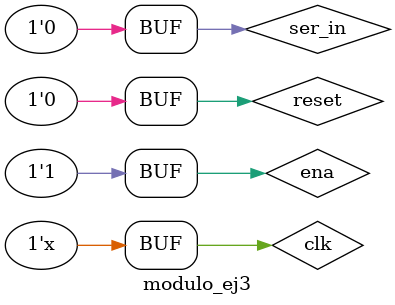
<source format=v>


/*   Ejercicio 3A - Priority Encoder   */
module priority_encoder(ENA, IN, A1, A0, GS, EO);
	input wire ENA;
	input wire [3:0] IN;
	output wire A1, A0, GS, EO;
	reg [3:0] aux;
	
	always@(IN, ENA)
		begin
			if(ENA) aux = 4'b0000;
			else
				begin
					if(IN==4'b0000) aux = 4'b0001;
					else if(IN[0]) aux = 4'b1110;
					else if(IN[1]) aux = 4'b1010;
					else if(IN[2]) aux = 4'b0110;
					else aux = 4'b0010;
				end
		end
	
	assign A1 = aux[3];	
	assign A0 = aux[2];
	assign GS = aux[1];
	assign EO = aux[0];
	
endmodule

/*   Ejercicio 3A - TestBench  Priority Encoder   */
module test_priority_encoder();
	reg [3:0] IN;
	reg ENA, A1, A0, GS, EO;
	
	priority_encoder U0(ENA, IN, A1, A0, GS, EO);
	
	initial
		begin
			ENA = 0;
			#5ns
			IN = 4'b0000;
			#5ns
			IN = 4'b0001;
			#5ns
			IN = 4'b0010;
			#5ns
			IN = 4'b0100;
			#5ns
			IN = 4'b1000;
			#5ns
			IN = 4'b1101;
			#5ns
			ENA=1;
			
		end
endmodule

/*   Ejercicio 3B - Shift Register   */
module sr_sipo4(clk, ena, reset, ser_in, par_out);
	input wire clk, ena, reset, ser_in;
	output wire [3:0] par_out;
	reg [3:0] tmp;
	
	always @(posedge clk)
		begin
			if (ena)
				begin
					tmp = tmp << 1;
					tmp[0] = ser_in;
				end
		end
	
	always @(posedge reset, posedge clk)
		begin
			if(reset==1) tmp = 4'b0000; 
		end
	
	assign par_out = tmp;
endmodule

/*   Ejercicio 3B - TestBench Shift Register   */
module test_sr_sipo4();
	reg clk, ena, reset, ser_in;
	reg [3:0] par_out;
	sr_sipo4 U0(clk, ena, reset, ser_in, par_out);
	
	always
		#5ns clk=~clk;
	
	initial
		begin
			clk=0;
			ena=1;
			reset=1;
			reset=0;
			ser_in=0; 
			#10ns
			ser_in=1;
			#10ns
			ser_in=0;
			#10ns
			ser_in=1;
			#10ns
			ser_in=1;
		end
endmodule 

/*Ejercicio 3C - Modulo integrador de Shift Register y Priority Encoder  */
module modulo_ej3();
	reg clk, ena, reset, ser_in,A1, A0, GS, EO;
	reg [3:0] par_out;
	
	sr_sipo4 UT0(clk, ena, reset, ser_in, par_out);
	priority_encoder UT1(!ena, par_out, A1, A0, GS, EO);
	
	always
		#5ns clk=~clk;
	
	initial
		begin
			clk=0;
			ena=1;
			reset=1;
			reset=0;
			ser_in=0;
			#10ns
			ser_in=1;
			#10ns
			ser_in=0;
			#10ns
			ser_in=1;
			#10ns
			ser_in=1;
			#10ns
			ser_in=0;
			#10ns
			ser_in=0;
			#10ns
			ser_in=0;
		end
endmodule
</source>
